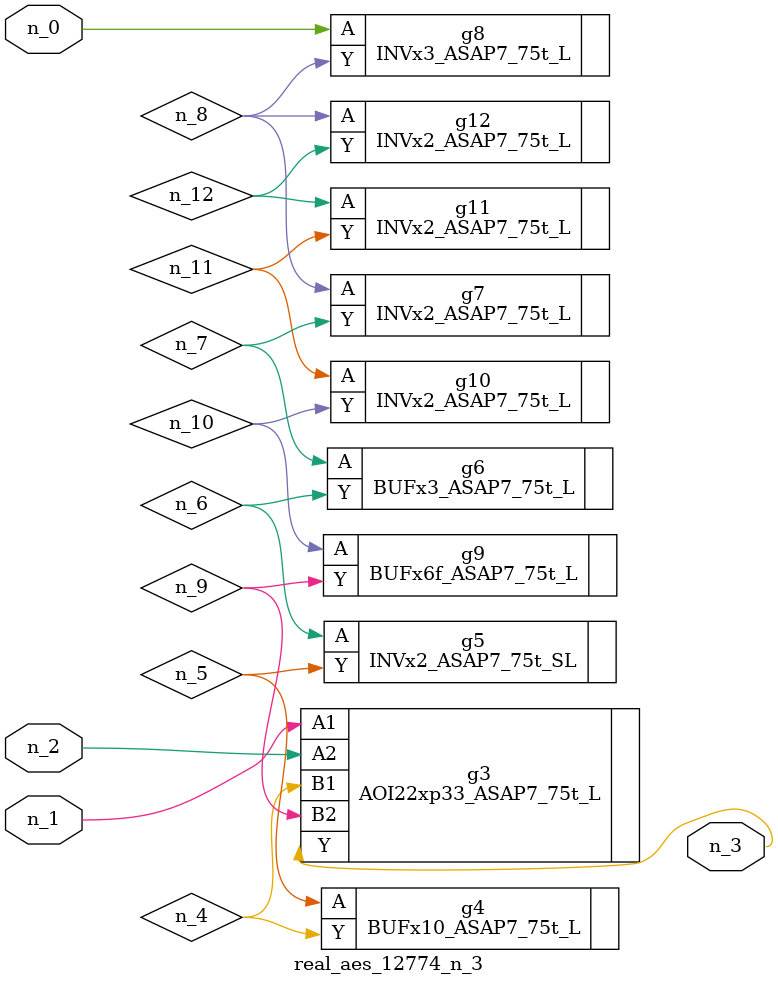
<source format=v>
module real_aes_12774_n_3 (n_0, n_2, n_1, n_3);
input n_0;
input n_2;
input n_1;
output n_3;
wire n_4;
wire n_5;
wire n_7;
wire n_9;
wire n_6;
wire n_8;
wire n_12;
wire n_10;
wire n_11;
INVx3_ASAP7_75t_L g8 ( .A(n_0), .Y(n_8) );
AOI22xp33_ASAP7_75t_L g3 ( .A1(n_1), .A2(n_2), .B1(n_4), .B2(n_9), .Y(n_3) );
BUFx10_ASAP7_75t_L g4 ( .A(n_5), .Y(n_4) );
INVx2_ASAP7_75t_SL g5 ( .A(n_6), .Y(n_5) );
BUFx3_ASAP7_75t_L g6 ( .A(n_7), .Y(n_6) );
INVx2_ASAP7_75t_L g7 ( .A(n_8), .Y(n_7) );
INVx2_ASAP7_75t_L g12 ( .A(n_8), .Y(n_12) );
BUFx6f_ASAP7_75t_L g9 ( .A(n_10), .Y(n_9) );
INVx2_ASAP7_75t_L g10 ( .A(n_11), .Y(n_10) );
INVx2_ASAP7_75t_L g11 ( .A(n_12), .Y(n_11) );
endmodule
</source>
